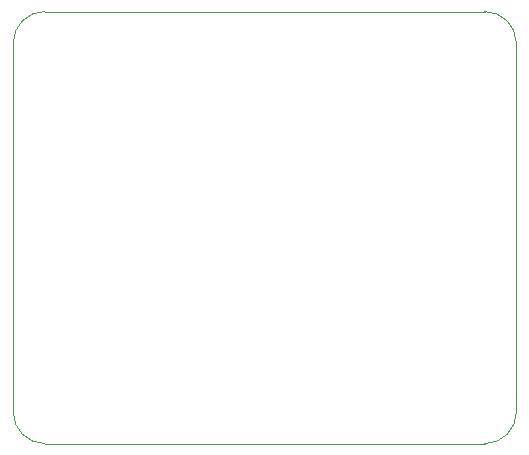
<source format=gbr>
%TF.GenerationSoftware,KiCad,Pcbnew,7.0.7*%
%TF.CreationDate,2024-02-07T15:06:53-05:00*%
%TF.ProjectId,OSMI-stepperPCB,4f534d49-2d73-4746-9570-706572504342,rev?*%
%TF.SameCoordinates,Original*%
%TF.FileFunction,Profile,NP*%
%FSLAX46Y46*%
G04 Gerber Fmt 4.6, Leading zero omitted, Abs format (unit mm)*
G04 Created by KiCad (PCBNEW 7.0.7) date 2024-02-07 15:06:53*
%MOMM*%
%LPD*%
G01*
G04 APERTURE LIST*
%TA.AperFunction,Profile*%
%ADD10C,0.100000*%
%TD*%
G04 APERTURE END LIST*
D10*
X112850000Y-63750000D02*
G75*
G03*
X110183000Y-66417000I0J-2667000D01*
G01*
X110183000Y-66417000D02*
X110183000Y-97659000D01*
X110183000Y-97659000D02*
G75*
G03*
X112850000Y-100326000I2667000J0D01*
G01*
X150114000Y-100330000D02*
G75*
G03*
X152781000Y-97663000I0J2667000D01*
G01*
X150114000Y-63754000D02*
X112850000Y-63750000D01*
X152781000Y-66421000D02*
G75*
G03*
X150114000Y-63754000I-2667000J0D01*
G01*
X152781000Y-97663000D02*
X152781000Y-66421000D01*
X112850000Y-100326000D02*
X150114000Y-100330000D01*
M02*

</source>
